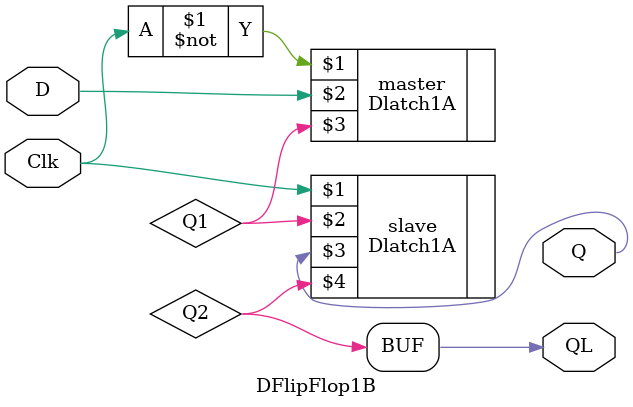
<source format=v>
`timescale 1ns / 1ps
module DFlipFlop1B(input Clk, D,output Q,QL);
wire Q1,Q2;
Dlatch1A master(~Clk,D,Q1);
Dlatch1A slave(Clk,Q1,Q,Q2);
assign QL = Q2;


endmodule

</source>
